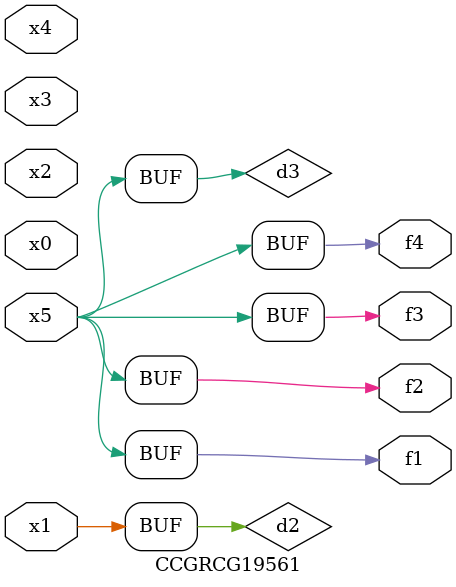
<source format=v>
module CCGRCG19561(
	input x0, x1, x2, x3, x4, x5,
	output f1, f2, f3, f4
);

	wire d1, d2, d3;

	not (d1, x5);
	or (d2, x1);
	xnor (d3, d1);
	assign f1 = d3;
	assign f2 = d3;
	assign f3 = d3;
	assign f4 = d3;
endmodule

</source>
